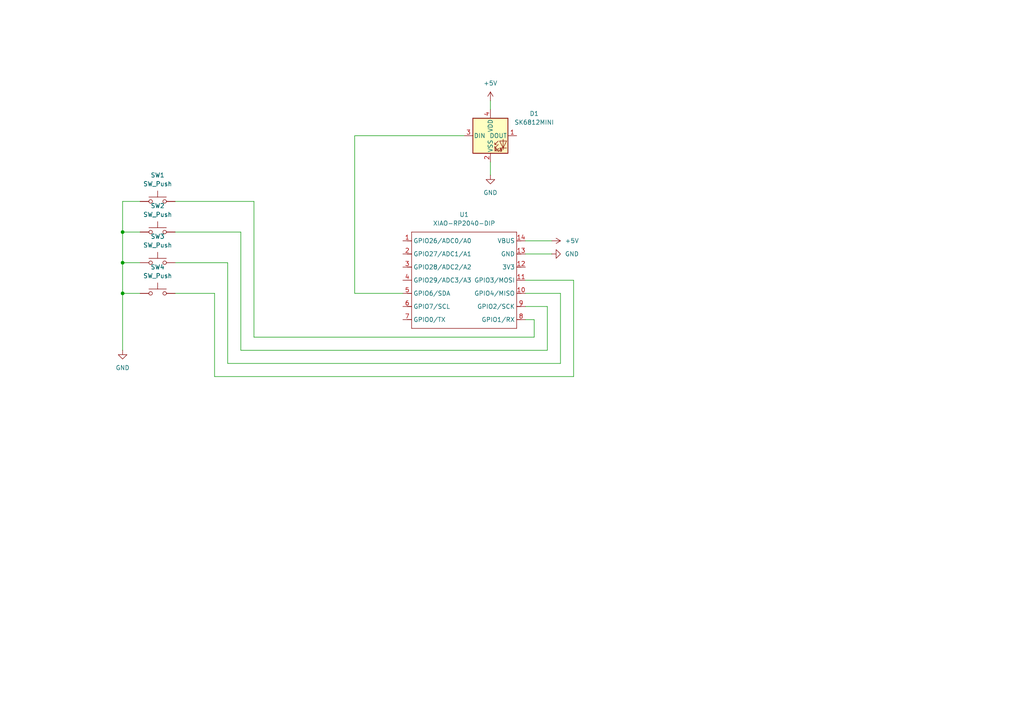
<source format=kicad_sch>
(kicad_sch (version 20250114) (generator "eeschema") (generator_version "9.0")
  (paper "A4")
  (lib_symbols
    (symbol "LED:SK6812MINI" (pin_names (offset 0.254))
      (property "Reference" "D" (at 5.08 5.715 0))
      (property "Value" "SK6812MINI" (at 1.27 -5.715 0))
      (symbol "SK6812MINI_0_0"
        (text "RGB" (at 2.286 -4.191 0) (effects (font (size 0.762 0.762))))
      )
      (symbol "SK6812MINI_0_1"
        (polyline (pts (xy 1.27 -2.54) (xy 1.778 -2.54)))
        (polyline (pts (xy 1.27 -3.556) (xy 1.778 -3.556)))
        (polyline (pts (xy 2.286 -1.524) (xy 1.27 -2.54) (xy 1.27 -2.032)))
        (polyline (pts (xy 2.286 -2.54) (xy 1.27 -3.556) (xy 1.27 -3.048)))
        (polyline (pts (xy 3.683 -1.016) (xy 3.683 -3.556) (xy 3.683 -4.064)))
        (polyline (pts (xy 4.699 -1.524) (xy 2.667 -1.524) (xy 3.683 -3.556) (xy 4.699 -1.524)))
        (polyline (pts (xy 4.699 -3.556) (xy 2.667 -3.556)))
        (rectangle (start 5.08 5.08) (end -5.08 -5.08) (stroke (width 0.254)) (fill (type background)))
      )
      (symbol "SK6812MINI_1_1"
        (pin input line (at -7.62 0 0) (length 2.54) (name "DIN") (number "3"))
        (pin power_in line (at 0 7.62 270) (length 2.54) (name "VDD") (number "4"))
        (pin power_in line (at 0 -7.62 90) (length 2.54) (name "VSS") (number "2"))
        (pin output line (at 7.62 0 180) (length 2.54) (name "DOUT") (number "1"))
      )
    )
    (symbol "OPL:XIAO-RP2040-DIP"
      (property "Reference" "U" (at 0 0 0))
      (property "Value" "XIAO-RP2040-DIP" (at 5.334 -1.778 0))
      (symbol "XIAO-RP2040-DIP_1_0"
        (polyline (pts (xy -1.27 -2.54) (xy 29.21 -2.54)) (stroke (width 0.1524)))
        (polyline (pts (xy -1.27 -5.08) (xy -2.54 -5.08)) (stroke (width 0.1524)))
        (polyline (pts (xy -1.27 -5.08) (xy -1.27 -2.54)) (stroke (width 0.1524)))
        (polyline (pts (xy -1.27 -8.89) (xy -2.54 -8.89)) (stroke (width 0.1524)))
        (polyline (pts (xy -1.27 -8.89) (xy -1.27 -5.08)) (stroke (width 0.1524)))
        (polyline (pts (xy -1.27 -12.7) (xy -2.54 -12.7)) (stroke (width 0.1524)))
        (polyline (pts (xy -1.27 -12.7) (xy -1.27 -8.89)) (stroke (width 0.1524)))
        (polyline (pts (xy -1.27 -16.51) (xy -2.54 -16.51)) (stroke (width 0.1524)))
        (polyline (pts (xy -1.27 -16.51) (xy -1.27 -12.7)) (stroke (width 0.1524)))
        (polyline (pts (xy -1.27 -20.32) (xy -2.54 -20.32)) (stroke (width 0.1524)))
        (polyline (pts (xy -1.27 -24.13) (xy -2.54 -24.13)) (stroke (width 0.1524)))
        (polyline (pts (xy -1.27 -27.94) (xy -2.54 -27.94)) (stroke (width 0.1524)))
        (polyline (pts (xy -1.27 -30.48) (xy -1.27 -16.51)) (stroke (width 0.1524)))
        (polyline (pts (xy 29.21 -2.54) (xy 29.21 -5.08)) (stroke (width 0.1524)))
        (polyline (pts (xy 29.21 -5.08) (xy 29.21 -8.89)) (stroke (width 0.1524)))
        (polyline (pts (xy 29.21 -8.89) (xy 29.21 -12.7)) (stroke (width 0.1524)))
        (polyline (pts (xy 29.21 -12.7) (xy 29.21 -30.48)) (stroke (width 0.1524)))
        (polyline (pts (xy 29.21 -30.48) (xy -1.27 -30.48)) (stroke (width 0.1524)))
        (polyline (pts (xy 30.48 -5.08) (xy 29.21 -5.08)) (stroke (width 0.1524)))
        (polyline (pts (xy 30.48 -8.89) (xy 29.21 -8.89)) (stroke (width 0.1524)))
        (polyline (pts (xy 30.48 -12.7) (xy 29.21 -12.7)) (stroke (width 0.1524)))
        (polyline (pts (xy 30.48 -16.51) (xy 29.21 -16.51)) (stroke (width 0.1524)))
        (polyline (pts (xy 30.48 -20.32) (xy 29.21 -20.32)) (stroke (width 0.1524)))
        (polyline (pts (xy 30.48 -24.13) (xy 29.21 -24.13)) (stroke (width 0.1524)))
        (polyline (pts (xy 30.48 -27.94) (xy 29.21 -27.94)) (stroke (width 0.1524)))
        (pin passive line (at -3.81 -5.08 0) (length 2.54) (name "GPIO26/ADC0/A0") (number "1"))
        (pin passive line (at -3.81 -8.89 0) (length 2.54) (name "GPIO27/ADC1/A1") (number "2"))
        (pin passive line (at -3.81 -12.7 0) (length 2.54) (name "GPIO28/ADC2/A2") (number "3"))
        (pin passive line (at -3.81 -16.51 0) (length 2.54) (name "GPIO29/ADC3/A3") (number "4"))
        (pin passive line (at -3.81 -20.32 0) (length 2.54) (name "GPIO6/SDA") (number "5"))
        (pin passive line (at -3.81 -24.13 0) (length 2.54) (name "GPIO7/SCL") (number "6"))
        (pin passive line (at -3.81 -27.94 0) (length 2.54) (name "GPIO0/TX") (number "7"))
        (pin passive line (at 31.75 -5.08 180) (length 2.54) (name "VBUS") (number "14"))
        (pin passive line (at 31.75 -8.89 180) (length 2.54) (name "GND") (number "13"))
        (pin passive line (at 31.75 -12.7 180) (length 2.54) (name "3V3") (number "12"))
        (pin passive line (at 31.75 -16.51 180) (length 2.54) (name "GPIO3/MOSI") (number "11"))
        (pin passive line (at 31.75 -20.32 180) (length 2.54) (name "GPIO4/MISO") (number "10"))
        (pin passive line (at 31.75 -24.13 180) (length 2.54) (name "GPIO2/SCK") (number "9"))
        (pin passive line (at 31.75 -27.94 180) (length 2.54) (name "GPIO1/RX") (number "8"))
      )
    )
    (symbol "Switch:SW_Push" (pin_numbers (hide yes)) (pin_names (offset 1.016) (hide yes))
      (property "Reference" "SW" (at 1.27 2.54 0))
      (property "Value" "SW_Push" (at 0 -1.524 0))
      (symbol "SW_Push_0_1"
        (circle (center -2.032 0) (radius 0.508))
        (polyline (pts (xy 0 1.27) (xy 0 3.048)))
        (circle (center 2.032 0) (radius 0.508))
        (polyline (pts (xy 2.54 1.27) (xy -2.54 1.27)))
        (pin passive line (at -5.08 0 0) (length 2.54) (name "1") (number "1"))
        (pin passive line (at 5.08 0 180) (length 2.54) (name "2") (number "2"))
      )
    )
    (symbol "power:+5V" (power) (pin_numbers (hide yes)) (pin_names (offset 0) (hide yes))
      (property "Value" "+5V" (at 0 3.556 0))
      (symbol "+5V_0_1"
        (polyline (pts (xy -0.762 1.27) (xy 0 2.54)))
        (polyline (pts (xy 0 2.54) (xy 0.762 1.27)))
        (polyline (pts (xy 0 0) (xy 0 2.54)))
      )
      (symbol "+5V_1_1"
        (pin power_in line (at 0 0 90) (length 0) (name "~") (number "1"))
      )
    )
    (symbol "power:GND" (power) (pin_numbers (hide yes)) (pin_names (offset 0) (hide yes))
      (property "Value" "GND" (at 0 -3.81 0))
      (symbol "GND_0_1"
        (polyline (pts (xy 0 0) (xy 0 -1.27) (xy 1.27 -1.27) (xy 0 -2.54) (xy -1.27 -1.27) (xy 0 -1.27)))
      )
      (symbol "GND_1_1"
        (pin power_in line (at 0 0 270) (length 0) (name "~") (number "1"))
      )
    )
  )
  (junction (at 35.56 76.2))
  (junction (at 35.56 67.31))
  (junction (at 35.56 85.09))
  (wire (pts (xy 35.56 85.09) (xy 35.56 76.2)))
  (wire (pts (xy 35.56 67.31) (xy 35.56 58.42)))
  (wire (pts (xy 66.04 76.2) (xy 50.8 76.2)))
  (wire (pts (xy 152.4 85.09) (xy 162.56 85.09)))
  (wire (pts (xy 73.66 58.42) (xy 73.66 97.79)))
  (wire (pts (xy 50.8 85.09) (xy 62.23 85.09)))
  (wire (pts (xy 154.94 97.79) (xy 154.94 92.71)))
  (wire (pts (xy 50.8 58.42) (xy 73.66 58.42)))
  (wire (pts (xy 62.23 109.22) (xy 166.37 109.22)))
  (wire (pts (xy 35.56 76.2) (xy 40.64 76.2)))
  (wire (pts (xy 73.66 97.79) (xy 154.94 97.79)))
  (wire (pts (xy 62.23 85.09) (xy 62.23 109.22)))
  (wire (pts (xy 134.62 39.37) (xy 102.87 39.37)))
  (wire (pts (xy 35.56 85.09) (xy 40.64 85.09)))
  (wire (pts (xy 102.87 85.09) (xy 116.84 85.09)))
  (wire (pts (xy 35.56 67.31) (xy 40.64 67.31)))
  (wire (pts (xy 158.75 101.6) (xy 69.85 101.6)))
  (wire (pts (xy 162.56 105.41) (xy 66.04 105.41)))
  (wire (pts (xy 142.24 46.99) (xy 142.24 50.8)))
  (wire (pts (xy 66.04 105.41) (xy 66.04 76.2)))
  (wire (pts (xy 152.4 92.71) (xy 154.94 92.71)))
  (wire (pts (xy 69.85 67.31) (xy 50.8 67.31)))
  (wire (pts (xy 160.02 69.85) (xy 152.4 69.85)))
  (wire (pts (xy 166.37 81.28) (xy 152.4 81.28)))
  (wire (pts (xy 162.56 85.09) (xy 162.56 105.41)))
  (wire (pts (xy 142.24 29.21) (xy 142.24 31.75)))
  (wire (pts (xy 152.4 73.66) (xy 160.02 73.66)))
  (wire (pts (xy 102.87 39.37) (xy 102.87 85.09)))
  (wire (pts (xy 35.56 101.6) (xy 35.56 85.09)))
  (wire (pts (xy 152.4 88.9) (xy 158.75 88.9)))
  (wire (pts (xy 35.56 58.42) (xy 40.64 58.42)))
  (wire (pts (xy 35.56 76.2) (xy 35.56 67.31)))
  (wire (pts (xy 158.75 88.9) (xy 158.75 101.6)))
  (wire (pts (xy 69.85 101.6) (xy 69.85 67.31)))
  (wire (pts (xy 166.37 109.22) (xy 166.37 81.28)))
  (symbol (lib_id "LED:SK6812MINI") (at 142.24 39.37 0) (unit 1)
    (property "Reference" "D1" (at 154.94 32.9498 0))
    (property "Value" "SK6812MINI" (at 154.94 35.4898 0))
    (property "Footprint" "LED_SMD:LED_SK6812MINI_PLCC4_3.5x3.5mm_P1.75mm" (effects (hide yes)))
    (property "Datasheet" "https://cdn-shop.adafruit.com/product-files/2686/SK6812MINI_REV.01-1-2.pdf" (effects (hide yes)))
    (property "Description" "RGB LED with integrated controller" (effects (hide yes)))
  )
  (symbol (lib_id "Switch:SW_Push") (at 45.72 76.2 0) (unit 1)
    (property "Reference" "SW3" (at 45.72 68.58 0))
    (property "Value" "SW_Push" (at 45.72 71.12 0))
    (property "Footprint" "Button_Switch_Keyboard:SW_Cherry_MX_1.00u_PCB" (effects (hide yes)))
    (property "Description" "Push button switch, generic, two pins" (effects (hide yes)))
  )
  (symbol (lib_id "power:+5V") (at 142.24 29.21 0) (unit 1)
    (property "Reference" "#PWR04" (effects (hide yes)))
    (property "Value" "+5V" (at 142.24 24.13 0))
    (property "Description" "Power symbol creates a global label with name \"+5V\"" (effects (hide yes)))
  )
  (symbol (lib_id "Switch:SW_Push") (at 45.72 58.42 0) (unit 1)
    (property "Reference" "SW1" (at 45.72 50.8 0))
    (property "Value" "SW_Push" (at 45.72 53.34 0))
    (property "Footprint" "Button_Switch_Keyboard:SW_Cherry_MX_1.00u_PCB" (effects (hide yes)))
    (property "Description" "Push button switch, generic, two pins" (effects (hide yes)))
  )
  (symbol (lib_id "power:GND") (at 35.56 101.6 0) (unit 1)
    (property "Reference" "#PWR01" (effects (hide yes)))
    (property "Value" "GND" (at 35.56 106.68 0))
    (property "Description" "Power symbol creates a global label with name \"GND\" , ground" (effects (hide yes)))
  )
  (symbol (lib_id "OPL:XIAO-RP2040-DIP") (at 120.65 64.77 0) (unit 1)
    (property "Reference" "U1" (at 134.62 62.23 0))
    (property "Value" "XIAO-RP2040-DIP" (at 134.62 64.77 0))
    (property "Footprint" "OPL:XIAO-RP2040-DIP" (effects (hide yes)))
  )
  (symbol (lib_id "power:GND") (at 142.24 50.8 0) (unit 1)
    (property "Reference" "#PWR05" (effects (hide yes)))
    (property "Value" "GND" (at 142.24 55.88 0))
    (property "Description" "Power symbol creates a global label with name \"GND\" , ground" (effects (hide yes)))
  )
  (symbol (lib_id "power:GND") (at 160.02 73.66 90) (unit 1)
    (property "Reference" "#PWR02" (effects (hide yes)))
    (property "Value" "GND" (at 163.83 73.6599 90) (effects (justify right)))
    (property "Description" "Power symbol creates a global label with name \"GND\" , ground" (effects (hide yes)))
  )
  (symbol (lib_id "Switch:SW_Push") (at 45.72 85.09 0) (unit 1)
    (property "Reference" "SW4" (at 45.72 77.47 0))
    (property "Value" "SW_Push" (at 45.72 80.01 0))
    (property "Footprint" "Button_Switch_Keyboard:SW_Cherry_MX_1.00u_PCB" (effects (hide yes)))
    (property "Description" "Push button switch, generic, two pins" (effects (hide yes)))
  )
  (symbol (lib_id "Switch:SW_Push") (at 45.72 67.31 0) (unit 1)
    (property "Reference" "SW2" (at 45.72 59.69 0))
    (property "Value" "SW_Push" (at 45.72 62.23 0))
    (property "Footprint" "Button_Switch_Keyboard:SW_Cherry_MX_1.00u_PCB" (effects (hide yes)))
    (property "Description" "Push button switch, generic, two pins" (effects (hide yes)))
  )
  (symbol (lib_id "power:+5V") (at 160.02 69.85 270) (unit 1)
    (property "Reference" "#PWR03" (effects (hide yes)))
    (property "Value" "+5V" (at 163.83 69.8499 90) (effects (justify left)))
    (property "Description" "Power symbol creates a global label with name \"+5V\"" (effects (hide yes)))
  )
)
</source>
